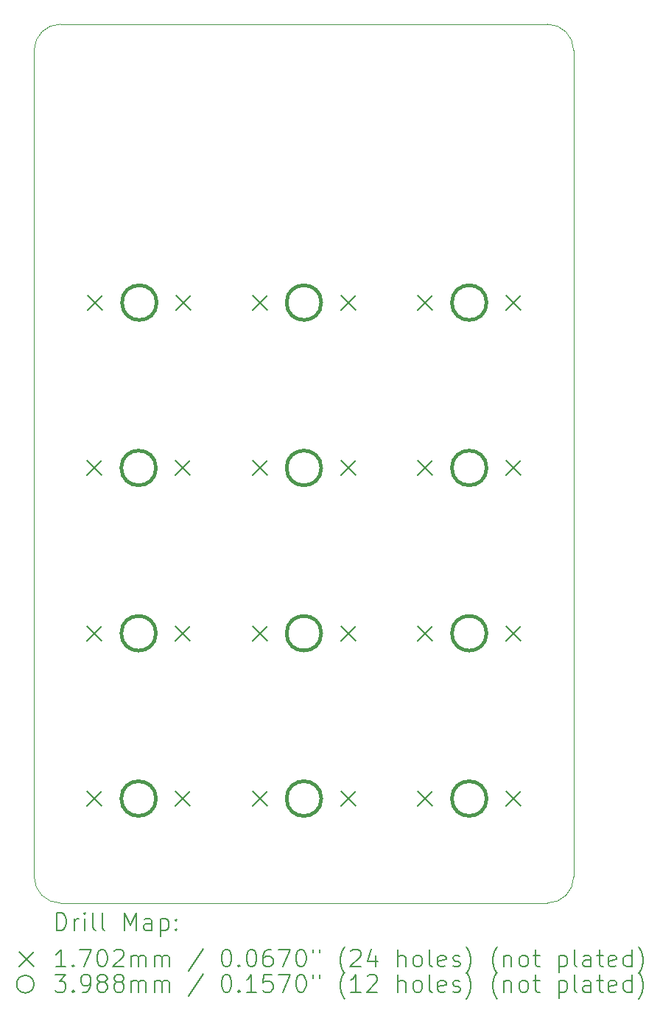
<source format=gbr>
%TF.GenerationSoftware,KiCad,Pcbnew,8.0.0*%
%TF.CreationDate,2024-03-18T12:56:35-04:00*%
%TF.ProjectId,mmp,6d6d702e-6b69-4636-9164-5f7063625858,rev?*%
%TF.SameCoordinates,Original*%
%TF.FileFunction,Drillmap*%
%TF.FilePolarity,Positive*%
%FSLAX45Y45*%
G04 Gerber Fmt 4.5, Leading zero omitted, Abs format (unit mm)*
G04 Created by KiCad (PCBNEW 8.0.0) date 2024-03-18 12:56:35*
%MOMM*%
%LPD*%
G01*
G04 APERTURE LIST*
%ADD10C,0.050000*%
%ADD11C,0.200000*%
%ADD12C,0.170180*%
%ADD13C,0.398780*%
G04 APERTURE END LIST*
D10*
X9600000Y-3700000D02*
X15200000Y-3700000D01*
X9600000Y-13800000D02*
G75*
G02*
X9300000Y-13500000I0J300000D01*
G01*
X9300000Y-13500000D02*
X9300000Y-4000000D01*
X15200000Y-13800000D02*
X9600000Y-13800000D01*
X15500000Y-13500000D02*
G75*
G02*
X15200000Y-13800000I-300000J0D01*
G01*
X15500000Y-4000000D02*
X15500000Y-13500000D01*
X9300000Y-4000000D02*
G75*
G02*
X9600000Y-3700000I300000J0D01*
G01*
X15200000Y-3700000D02*
G75*
G02*
X15500000Y-4000000I0J-300000D01*
G01*
D11*
D12*
X9906910Y-8714910D02*
X10077090Y-8885090D01*
X10077090Y-8714910D02*
X9906910Y-8885090D01*
X9906910Y-10614910D02*
X10077090Y-10785090D01*
X10077090Y-10614910D02*
X9906910Y-10785090D01*
X9906910Y-12514910D02*
X10077090Y-12685090D01*
X10077090Y-12514910D02*
X9906910Y-12685090D01*
X9914910Y-6814910D02*
X10085090Y-6985090D01*
X10085090Y-6814910D02*
X9914910Y-6985090D01*
X10922910Y-8714910D02*
X11093090Y-8885090D01*
X11093090Y-8714910D02*
X10922910Y-8885090D01*
X10922910Y-10614910D02*
X11093090Y-10785090D01*
X11093090Y-10614910D02*
X10922910Y-10785090D01*
X10922910Y-12514910D02*
X11093090Y-12685090D01*
X11093090Y-12514910D02*
X10922910Y-12685090D01*
X10930910Y-6814910D02*
X11101090Y-6985090D01*
X11101090Y-6814910D02*
X10930910Y-6985090D01*
X11806910Y-6814910D02*
X11977090Y-6985090D01*
X11977090Y-6814910D02*
X11806910Y-6985090D01*
X11806910Y-8714910D02*
X11977090Y-8885090D01*
X11977090Y-8714910D02*
X11806910Y-8885090D01*
X11806910Y-10614910D02*
X11977090Y-10785090D01*
X11977090Y-10614910D02*
X11806910Y-10785090D01*
X11806910Y-12514910D02*
X11977090Y-12685090D01*
X11977090Y-12514910D02*
X11806910Y-12685090D01*
X12822910Y-6814910D02*
X12993090Y-6985090D01*
X12993090Y-6814910D02*
X12822910Y-6985090D01*
X12822910Y-8714910D02*
X12993090Y-8885090D01*
X12993090Y-8714910D02*
X12822910Y-8885090D01*
X12822910Y-10614910D02*
X12993090Y-10785090D01*
X12993090Y-10614910D02*
X12822910Y-10785090D01*
X12822910Y-12514910D02*
X12993090Y-12685090D01*
X12993090Y-12514910D02*
X12822910Y-12685090D01*
X13706910Y-6814910D02*
X13877090Y-6985090D01*
X13877090Y-6814910D02*
X13706910Y-6985090D01*
X13706910Y-8714910D02*
X13877090Y-8885090D01*
X13877090Y-8714910D02*
X13706910Y-8885090D01*
X13706910Y-10614910D02*
X13877090Y-10785090D01*
X13877090Y-10614910D02*
X13706910Y-10785090D01*
X13706910Y-12514910D02*
X13877090Y-12685090D01*
X13877090Y-12514910D02*
X13706910Y-12685090D01*
X14722910Y-6814910D02*
X14893090Y-6985090D01*
X14893090Y-6814910D02*
X14722910Y-6985090D01*
X14722910Y-8714910D02*
X14893090Y-8885090D01*
X14893090Y-8714910D02*
X14722910Y-8885090D01*
X14722910Y-10614910D02*
X14893090Y-10785090D01*
X14893090Y-10614910D02*
X14722910Y-10785090D01*
X14722910Y-12514910D02*
X14893090Y-12685090D01*
X14893090Y-12514910D02*
X14722910Y-12685090D01*
D13*
X10699390Y-8800000D02*
G75*
G02*
X10300610Y-8800000I-199390J0D01*
G01*
X10300610Y-8800000D02*
G75*
G02*
X10699390Y-8800000I199390J0D01*
G01*
X10699390Y-10700000D02*
G75*
G02*
X10300610Y-10700000I-199390J0D01*
G01*
X10300610Y-10700000D02*
G75*
G02*
X10699390Y-10700000I199390J0D01*
G01*
X10699390Y-12600000D02*
G75*
G02*
X10300610Y-12600000I-199390J0D01*
G01*
X10300610Y-12600000D02*
G75*
G02*
X10699390Y-12600000I199390J0D01*
G01*
X10707390Y-6900000D02*
G75*
G02*
X10308610Y-6900000I-199390J0D01*
G01*
X10308610Y-6900000D02*
G75*
G02*
X10707390Y-6900000I199390J0D01*
G01*
X12599390Y-6900000D02*
G75*
G02*
X12200610Y-6900000I-199390J0D01*
G01*
X12200610Y-6900000D02*
G75*
G02*
X12599390Y-6900000I199390J0D01*
G01*
X12599390Y-8800000D02*
G75*
G02*
X12200610Y-8800000I-199390J0D01*
G01*
X12200610Y-8800000D02*
G75*
G02*
X12599390Y-8800000I199390J0D01*
G01*
X12599390Y-10700000D02*
G75*
G02*
X12200610Y-10700000I-199390J0D01*
G01*
X12200610Y-10700000D02*
G75*
G02*
X12599390Y-10700000I199390J0D01*
G01*
X12599390Y-12600000D02*
G75*
G02*
X12200610Y-12600000I-199390J0D01*
G01*
X12200610Y-12600000D02*
G75*
G02*
X12599390Y-12600000I199390J0D01*
G01*
X14499390Y-6900000D02*
G75*
G02*
X14100610Y-6900000I-199390J0D01*
G01*
X14100610Y-6900000D02*
G75*
G02*
X14499390Y-6900000I199390J0D01*
G01*
X14499390Y-8800000D02*
G75*
G02*
X14100610Y-8800000I-199390J0D01*
G01*
X14100610Y-8800000D02*
G75*
G02*
X14499390Y-8800000I199390J0D01*
G01*
X14499390Y-10700000D02*
G75*
G02*
X14100610Y-10700000I-199390J0D01*
G01*
X14100610Y-10700000D02*
G75*
G02*
X14499390Y-10700000I199390J0D01*
G01*
X14499390Y-12600000D02*
G75*
G02*
X14100610Y-12600000I-199390J0D01*
G01*
X14100610Y-12600000D02*
G75*
G02*
X14499390Y-12600000I199390J0D01*
G01*
D11*
X9558277Y-14113984D02*
X9558277Y-13913984D01*
X9558277Y-13913984D02*
X9605896Y-13913984D01*
X9605896Y-13913984D02*
X9634467Y-13923508D01*
X9634467Y-13923508D02*
X9653515Y-13942555D01*
X9653515Y-13942555D02*
X9663039Y-13961603D01*
X9663039Y-13961603D02*
X9672563Y-13999698D01*
X9672563Y-13999698D02*
X9672563Y-14028269D01*
X9672563Y-14028269D02*
X9663039Y-14066365D01*
X9663039Y-14066365D02*
X9653515Y-14085412D01*
X9653515Y-14085412D02*
X9634467Y-14104460D01*
X9634467Y-14104460D02*
X9605896Y-14113984D01*
X9605896Y-14113984D02*
X9558277Y-14113984D01*
X9758277Y-14113984D02*
X9758277Y-13980650D01*
X9758277Y-14018746D02*
X9767801Y-13999698D01*
X9767801Y-13999698D02*
X9777324Y-13990174D01*
X9777324Y-13990174D02*
X9796372Y-13980650D01*
X9796372Y-13980650D02*
X9815420Y-13980650D01*
X9882086Y-14113984D02*
X9882086Y-13980650D01*
X9882086Y-13913984D02*
X9872563Y-13923508D01*
X9872563Y-13923508D02*
X9882086Y-13933031D01*
X9882086Y-13933031D02*
X9891610Y-13923508D01*
X9891610Y-13923508D02*
X9882086Y-13913984D01*
X9882086Y-13913984D02*
X9882086Y-13933031D01*
X10005896Y-14113984D02*
X9986848Y-14104460D01*
X9986848Y-14104460D02*
X9977324Y-14085412D01*
X9977324Y-14085412D02*
X9977324Y-13913984D01*
X10110658Y-14113984D02*
X10091610Y-14104460D01*
X10091610Y-14104460D02*
X10082086Y-14085412D01*
X10082086Y-14085412D02*
X10082086Y-13913984D01*
X10339229Y-14113984D02*
X10339229Y-13913984D01*
X10339229Y-13913984D02*
X10405896Y-14056841D01*
X10405896Y-14056841D02*
X10472563Y-13913984D01*
X10472563Y-13913984D02*
X10472563Y-14113984D01*
X10653515Y-14113984D02*
X10653515Y-14009222D01*
X10653515Y-14009222D02*
X10643991Y-13990174D01*
X10643991Y-13990174D02*
X10624944Y-13980650D01*
X10624944Y-13980650D02*
X10586848Y-13980650D01*
X10586848Y-13980650D02*
X10567801Y-13990174D01*
X10653515Y-14104460D02*
X10634467Y-14113984D01*
X10634467Y-14113984D02*
X10586848Y-14113984D01*
X10586848Y-14113984D02*
X10567801Y-14104460D01*
X10567801Y-14104460D02*
X10558277Y-14085412D01*
X10558277Y-14085412D02*
X10558277Y-14066365D01*
X10558277Y-14066365D02*
X10567801Y-14047317D01*
X10567801Y-14047317D02*
X10586848Y-14037793D01*
X10586848Y-14037793D02*
X10634467Y-14037793D01*
X10634467Y-14037793D02*
X10653515Y-14028269D01*
X10748753Y-13980650D02*
X10748753Y-14180650D01*
X10748753Y-13990174D02*
X10767801Y-13980650D01*
X10767801Y-13980650D02*
X10805896Y-13980650D01*
X10805896Y-13980650D02*
X10824944Y-13990174D01*
X10824944Y-13990174D02*
X10834467Y-13999698D01*
X10834467Y-13999698D02*
X10843991Y-14018746D01*
X10843991Y-14018746D02*
X10843991Y-14075888D01*
X10843991Y-14075888D02*
X10834467Y-14094936D01*
X10834467Y-14094936D02*
X10824944Y-14104460D01*
X10824944Y-14104460D02*
X10805896Y-14113984D01*
X10805896Y-14113984D02*
X10767801Y-14113984D01*
X10767801Y-14113984D02*
X10748753Y-14104460D01*
X10929705Y-14094936D02*
X10939229Y-14104460D01*
X10939229Y-14104460D02*
X10929705Y-14113984D01*
X10929705Y-14113984D02*
X10920182Y-14104460D01*
X10920182Y-14104460D02*
X10929705Y-14094936D01*
X10929705Y-14094936D02*
X10929705Y-14113984D01*
X10929705Y-13990174D02*
X10939229Y-13999698D01*
X10939229Y-13999698D02*
X10929705Y-14009222D01*
X10929705Y-14009222D02*
X10920182Y-13999698D01*
X10920182Y-13999698D02*
X10929705Y-13990174D01*
X10929705Y-13990174D02*
X10929705Y-14009222D01*
D12*
X9127320Y-14357410D02*
X9297500Y-14527590D01*
X9297500Y-14357410D02*
X9127320Y-14527590D01*
D11*
X9663039Y-14533984D02*
X9548753Y-14533984D01*
X9605896Y-14533984D02*
X9605896Y-14333984D01*
X9605896Y-14333984D02*
X9586848Y-14362555D01*
X9586848Y-14362555D02*
X9567801Y-14381603D01*
X9567801Y-14381603D02*
X9548753Y-14391127D01*
X9748753Y-14514936D02*
X9758277Y-14524460D01*
X9758277Y-14524460D02*
X9748753Y-14533984D01*
X9748753Y-14533984D02*
X9739229Y-14524460D01*
X9739229Y-14524460D02*
X9748753Y-14514936D01*
X9748753Y-14514936D02*
X9748753Y-14533984D01*
X9824944Y-14333984D02*
X9958277Y-14333984D01*
X9958277Y-14333984D02*
X9872563Y-14533984D01*
X10072563Y-14333984D02*
X10091610Y-14333984D01*
X10091610Y-14333984D02*
X10110658Y-14343508D01*
X10110658Y-14343508D02*
X10120182Y-14353031D01*
X10120182Y-14353031D02*
X10129705Y-14372079D01*
X10129705Y-14372079D02*
X10139229Y-14410174D01*
X10139229Y-14410174D02*
X10139229Y-14457793D01*
X10139229Y-14457793D02*
X10129705Y-14495888D01*
X10129705Y-14495888D02*
X10120182Y-14514936D01*
X10120182Y-14514936D02*
X10110658Y-14524460D01*
X10110658Y-14524460D02*
X10091610Y-14533984D01*
X10091610Y-14533984D02*
X10072563Y-14533984D01*
X10072563Y-14533984D02*
X10053515Y-14524460D01*
X10053515Y-14524460D02*
X10043991Y-14514936D01*
X10043991Y-14514936D02*
X10034467Y-14495888D01*
X10034467Y-14495888D02*
X10024944Y-14457793D01*
X10024944Y-14457793D02*
X10024944Y-14410174D01*
X10024944Y-14410174D02*
X10034467Y-14372079D01*
X10034467Y-14372079D02*
X10043991Y-14353031D01*
X10043991Y-14353031D02*
X10053515Y-14343508D01*
X10053515Y-14343508D02*
X10072563Y-14333984D01*
X10215420Y-14353031D02*
X10224944Y-14343508D01*
X10224944Y-14343508D02*
X10243991Y-14333984D01*
X10243991Y-14333984D02*
X10291610Y-14333984D01*
X10291610Y-14333984D02*
X10310658Y-14343508D01*
X10310658Y-14343508D02*
X10320182Y-14353031D01*
X10320182Y-14353031D02*
X10329705Y-14372079D01*
X10329705Y-14372079D02*
X10329705Y-14391127D01*
X10329705Y-14391127D02*
X10320182Y-14419698D01*
X10320182Y-14419698D02*
X10205896Y-14533984D01*
X10205896Y-14533984D02*
X10329705Y-14533984D01*
X10415420Y-14533984D02*
X10415420Y-14400650D01*
X10415420Y-14419698D02*
X10424944Y-14410174D01*
X10424944Y-14410174D02*
X10443991Y-14400650D01*
X10443991Y-14400650D02*
X10472563Y-14400650D01*
X10472563Y-14400650D02*
X10491610Y-14410174D01*
X10491610Y-14410174D02*
X10501134Y-14429222D01*
X10501134Y-14429222D02*
X10501134Y-14533984D01*
X10501134Y-14429222D02*
X10510658Y-14410174D01*
X10510658Y-14410174D02*
X10529705Y-14400650D01*
X10529705Y-14400650D02*
X10558277Y-14400650D01*
X10558277Y-14400650D02*
X10577325Y-14410174D01*
X10577325Y-14410174D02*
X10586848Y-14429222D01*
X10586848Y-14429222D02*
X10586848Y-14533984D01*
X10682086Y-14533984D02*
X10682086Y-14400650D01*
X10682086Y-14419698D02*
X10691610Y-14410174D01*
X10691610Y-14410174D02*
X10710658Y-14400650D01*
X10710658Y-14400650D02*
X10739229Y-14400650D01*
X10739229Y-14400650D02*
X10758277Y-14410174D01*
X10758277Y-14410174D02*
X10767801Y-14429222D01*
X10767801Y-14429222D02*
X10767801Y-14533984D01*
X10767801Y-14429222D02*
X10777325Y-14410174D01*
X10777325Y-14410174D02*
X10796372Y-14400650D01*
X10796372Y-14400650D02*
X10824944Y-14400650D01*
X10824944Y-14400650D02*
X10843991Y-14410174D01*
X10843991Y-14410174D02*
X10853515Y-14429222D01*
X10853515Y-14429222D02*
X10853515Y-14533984D01*
X11243991Y-14324460D02*
X11072563Y-14581603D01*
X11501134Y-14333984D02*
X11520182Y-14333984D01*
X11520182Y-14333984D02*
X11539229Y-14343508D01*
X11539229Y-14343508D02*
X11548753Y-14353031D01*
X11548753Y-14353031D02*
X11558277Y-14372079D01*
X11558277Y-14372079D02*
X11567801Y-14410174D01*
X11567801Y-14410174D02*
X11567801Y-14457793D01*
X11567801Y-14457793D02*
X11558277Y-14495888D01*
X11558277Y-14495888D02*
X11548753Y-14514936D01*
X11548753Y-14514936D02*
X11539229Y-14524460D01*
X11539229Y-14524460D02*
X11520182Y-14533984D01*
X11520182Y-14533984D02*
X11501134Y-14533984D01*
X11501134Y-14533984D02*
X11482086Y-14524460D01*
X11482086Y-14524460D02*
X11472563Y-14514936D01*
X11472563Y-14514936D02*
X11463039Y-14495888D01*
X11463039Y-14495888D02*
X11453515Y-14457793D01*
X11453515Y-14457793D02*
X11453515Y-14410174D01*
X11453515Y-14410174D02*
X11463039Y-14372079D01*
X11463039Y-14372079D02*
X11472563Y-14353031D01*
X11472563Y-14353031D02*
X11482086Y-14343508D01*
X11482086Y-14343508D02*
X11501134Y-14333984D01*
X11653515Y-14514936D02*
X11663039Y-14524460D01*
X11663039Y-14524460D02*
X11653515Y-14533984D01*
X11653515Y-14533984D02*
X11643991Y-14524460D01*
X11643991Y-14524460D02*
X11653515Y-14514936D01*
X11653515Y-14514936D02*
X11653515Y-14533984D01*
X11786848Y-14333984D02*
X11805896Y-14333984D01*
X11805896Y-14333984D02*
X11824944Y-14343508D01*
X11824944Y-14343508D02*
X11834467Y-14353031D01*
X11834467Y-14353031D02*
X11843991Y-14372079D01*
X11843991Y-14372079D02*
X11853515Y-14410174D01*
X11853515Y-14410174D02*
X11853515Y-14457793D01*
X11853515Y-14457793D02*
X11843991Y-14495888D01*
X11843991Y-14495888D02*
X11834467Y-14514936D01*
X11834467Y-14514936D02*
X11824944Y-14524460D01*
X11824944Y-14524460D02*
X11805896Y-14533984D01*
X11805896Y-14533984D02*
X11786848Y-14533984D01*
X11786848Y-14533984D02*
X11767801Y-14524460D01*
X11767801Y-14524460D02*
X11758277Y-14514936D01*
X11758277Y-14514936D02*
X11748753Y-14495888D01*
X11748753Y-14495888D02*
X11739229Y-14457793D01*
X11739229Y-14457793D02*
X11739229Y-14410174D01*
X11739229Y-14410174D02*
X11748753Y-14372079D01*
X11748753Y-14372079D02*
X11758277Y-14353031D01*
X11758277Y-14353031D02*
X11767801Y-14343508D01*
X11767801Y-14343508D02*
X11786848Y-14333984D01*
X12024944Y-14333984D02*
X11986848Y-14333984D01*
X11986848Y-14333984D02*
X11967801Y-14343508D01*
X11967801Y-14343508D02*
X11958277Y-14353031D01*
X11958277Y-14353031D02*
X11939229Y-14381603D01*
X11939229Y-14381603D02*
X11929706Y-14419698D01*
X11929706Y-14419698D02*
X11929706Y-14495888D01*
X11929706Y-14495888D02*
X11939229Y-14514936D01*
X11939229Y-14514936D02*
X11948753Y-14524460D01*
X11948753Y-14524460D02*
X11967801Y-14533984D01*
X11967801Y-14533984D02*
X12005896Y-14533984D01*
X12005896Y-14533984D02*
X12024944Y-14524460D01*
X12024944Y-14524460D02*
X12034467Y-14514936D01*
X12034467Y-14514936D02*
X12043991Y-14495888D01*
X12043991Y-14495888D02*
X12043991Y-14448269D01*
X12043991Y-14448269D02*
X12034467Y-14429222D01*
X12034467Y-14429222D02*
X12024944Y-14419698D01*
X12024944Y-14419698D02*
X12005896Y-14410174D01*
X12005896Y-14410174D02*
X11967801Y-14410174D01*
X11967801Y-14410174D02*
X11948753Y-14419698D01*
X11948753Y-14419698D02*
X11939229Y-14429222D01*
X11939229Y-14429222D02*
X11929706Y-14448269D01*
X12110658Y-14333984D02*
X12243991Y-14333984D01*
X12243991Y-14333984D02*
X12158277Y-14533984D01*
X12358277Y-14333984D02*
X12377325Y-14333984D01*
X12377325Y-14333984D02*
X12396372Y-14343508D01*
X12396372Y-14343508D02*
X12405896Y-14353031D01*
X12405896Y-14353031D02*
X12415420Y-14372079D01*
X12415420Y-14372079D02*
X12424944Y-14410174D01*
X12424944Y-14410174D02*
X12424944Y-14457793D01*
X12424944Y-14457793D02*
X12415420Y-14495888D01*
X12415420Y-14495888D02*
X12405896Y-14514936D01*
X12405896Y-14514936D02*
X12396372Y-14524460D01*
X12396372Y-14524460D02*
X12377325Y-14533984D01*
X12377325Y-14533984D02*
X12358277Y-14533984D01*
X12358277Y-14533984D02*
X12339229Y-14524460D01*
X12339229Y-14524460D02*
X12329706Y-14514936D01*
X12329706Y-14514936D02*
X12320182Y-14495888D01*
X12320182Y-14495888D02*
X12310658Y-14457793D01*
X12310658Y-14457793D02*
X12310658Y-14410174D01*
X12310658Y-14410174D02*
X12320182Y-14372079D01*
X12320182Y-14372079D02*
X12329706Y-14353031D01*
X12329706Y-14353031D02*
X12339229Y-14343508D01*
X12339229Y-14343508D02*
X12358277Y-14333984D01*
X12501134Y-14333984D02*
X12501134Y-14372079D01*
X12577325Y-14333984D02*
X12577325Y-14372079D01*
X12872563Y-14610174D02*
X12863039Y-14600650D01*
X12863039Y-14600650D02*
X12843991Y-14572079D01*
X12843991Y-14572079D02*
X12834468Y-14553031D01*
X12834468Y-14553031D02*
X12824944Y-14524460D01*
X12824944Y-14524460D02*
X12815420Y-14476841D01*
X12815420Y-14476841D02*
X12815420Y-14438746D01*
X12815420Y-14438746D02*
X12824944Y-14391127D01*
X12824944Y-14391127D02*
X12834468Y-14362555D01*
X12834468Y-14362555D02*
X12843991Y-14343508D01*
X12843991Y-14343508D02*
X12863039Y-14314936D01*
X12863039Y-14314936D02*
X12872563Y-14305412D01*
X12939229Y-14353031D02*
X12948753Y-14343508D01*
X12948753Y-14343508D02*
X12967801Y-14333984D01*
X12967801Y-14333984D02*
X13015420Y-14333984D01*
X13015420Y-14333984D02*
X13034468Y-14343508D01*
X13034468Y-14343508D02*
X13043991Y-14353031D01*
X13043991Y-14353031D02*
X13053515Y-14372079D01*
X13053515Y-14372079D02*
X13053515Y-14391127D01*
X13053515Y-14391127D02*
X13043991Y-14419698D01*
X13043991Y-14419698D02*
X12929706Y-14533984D01*
X12929706Y-14533984D02*
X13053515Y-14533984D01*
X13224944Y-14400650D02*
X13224944Y-14533984D01*
X13177325Y-14324460D02*
X13129706Y-14467317D01*
X13129706Y-14467317D02*
X13253515Y-14467317D01*
X13482087Y-14533984D02*
X13482087Y-14333984D01*
X13567801Y-14533984D02*
X13567801Y-14429222D01*
X13567801Y-14429222D02*
X13558277Y-14410174D01*
X13558277Y-14410174D02*
X13539230Y-14400650D01*
X13539230Y-14400650D02*
X13510658Y-14400650D01*
X13510658Y-14400650D02*
X13491610Y-14410174D01*
X13491610Y-14410174D02*
X13482087Y-14419698D01*
X13691610Y-14533984D02*
X13672563Y-14524460D01*
X13672563Y-14524460D02*
X13663039Y-14514936D01*
X13663039Y-14514936D02*
X13653515Y-14495888D01*
X13653515Y-14495888D02*
X13653515Y-14438746D01*
X13653515Y-14438746D02*
X13663039Y-14419698D01*
X13663039Y-14419698D02*
X13672563Y-14410174D01*
X13672563Y-14410174D02*
X13691610Y-14400650D01*
X13691610Y-14400650D02*
X13720182Y-14400650D01*
X13720182Y-14400650D02*
X13739230Y-14410174D01*
X13739230Y-14410174D02*
X13748753Y-14419698D01*
X13748753Y-14419698D02*
X13758277Y-14438746D01*
X13758277Y-14438746D02*
X13758277Y-14495888D01*
X13758277Y-14495888D02*
X13748753Y-14514936D01*
X13748753Y-14514936D02*
X13739230Y-14524460D01*
X13739230Y-14524460D02*
X13720182Y-14533984D01*
X13720182Y-14533984D02*
X13691610Y-14533984D01*
X13872563Y-14533984D02*
X13853515Y-14524460D01*
X13853515Y-14524460D02*
X13843991Y-14505412D01*
X13843991Y-14505412D02*
X13843991Y-14333984D01*
X14024944Y-14524460D02*
X14005896Y-14533984D01*
X14005896Y-14533984D02*
X13967801Y-14533984D01*
X13967801Y-14533984D02*
X13948753Y-14524460D01*
X13948753Y-14524460D02*
X13939230Y-14505412D01*
X13939230Y-14505412D02*
X13939230Y-14429222D01*
X13939230Y-14429222D02*
X13948753Y-14410174D01*
X13948753Y-14410174D02*
X13967801Y-14400650D01*
X13967801Y-14400650D02*
X14005896Y-14400650D01*
X14005896Y-14400650D02*
X14024944Y-14410174D01*
X14024944Y-14410174D02*
X14034468Y-14429222D01*
X14034468Y-14429222D02*
X14034468Y-14448269D01*
X14034468Y-14448269D02*
X13939230Y-14467317D01*
X14110658Y-14524460D02*
X14129706Y-14533984D01*
X14129706Y-14533984D02*
X14167801Y-14533984D01*
X14167801Y-14533984D02*
X14186849Y-14524460D01*
X14186849Y-14524460D02*
X14196372Y-14505412D01*
X14196372Y-14505412D02*
X14196372Y-14495888D01*
X14196372Y-14495888D02*
X14186849Y-14476841D01*
X14186849Y-14476841D02*
X14167801Y-14467317D01*
X14167801Y-14467317D02*
X14139230Y-14467317D01*
X14139230Y-14467317D02*
X14120182Y-14457793D01*
X14120182Y-14457793D02*
X14110658Y-14438746D01*
X14110658Y-14438746D02*
X14110658Y-14429222D01*
X14110658Y-14429222D02*
X14120182Y-14410174D01*
X14120182Y-14410174D02*
X14139230Y-14400650D01*
X14139230Y-14400650D02*
X14167801Y-14400650D01*
X14167801Y-14400650D02*
X14186849Y-14410174D01*
X14263039Y-14610174D02*
X14272563Y-14600650D01*
X14272563Y-14600650D02*
X14291611Y-14572079D01*
X14291611Y-14572079D02*
X14301134Y-14553031D01*
X14301134Y-14553031D02*
X14310658Y-14524460D01*
X14310658Y-14524460D02*
X14320182Y-14476841D01*
X14320182Y-14476841D02*
X14320182Y-14438746D01*
X14320182Y-14438746D02*
X14310658Y-14391127D01*
X14310658Y-14391127D02*
X14301134Y-14362555D01*
X14301134Y-14362555D02*
X14291611Y-14343508D01*
X14291611Y-14343508D02*
X14272563Y-14314936D01*
X14272563Y-14314936D02*
X14263039Y-14305412D01*
X14624944Y-14610174D02*
X14615420Y-14600650D01*
X14615420Y-14600650D02*
X14596372Y-14572079D01*
X14596372Y-14572079D02*
X14586849Y-14553031D01*
X14586849Y-14553031D02*
X14577325Y-14524460D01*
X14577325Y-14524460D02*
X14567801Y-14476841D01*
X14567801Y-14476841D02*
X14567801Y-14438746D01*
X14567801Y-14438746D02*
X14577325Y-14391127D01*
X14577325Y-14391127D02*
X14586849Y-14362555D01*
X14586849Y-14362555D02*
X14596372Y-14343508D01*
X14596372Y-14343508D02*
X14615420Y-14314936D01*
X14615420Y-14314936D02*
X14624944Y-14305412D01*
X14701134Y-14400650D02*
X14701134Y-14533984D01*
X14701134Y-14419698D02*
X14710658Y-14410174D01*
X14710658Y-14410174D02*
X14729706Y-14400650D01*
X14729706Y-14400650D02*
X14758277Y-14400650D01*
X14758277Y-14400650D02*
X14777325Y-14410174D01*
X14777325Y-14410174D02*
X14786849Y-14429222D01*
X14786849Y-14429222D02*
X14786849Y-14533984D01*
X14910658Y-14533984D02*
X14891611Y-14524460D01*
X14891611Y-14524460D02*
X14882087Y-14514936D01*
X14882087Y-14514936D02*
X14872563Y-14495888D01*
X14872563Y-14495888D02*
X14872563Y-14438746D01*
X14872563Y-14438746D02*
X14882087Y-14419698D01*
X14882087Y-14419698D02*
X14891611Y-14410174D01*
X14891611Y-14410174D02*
X14910658Y-14400650D01*
X14910658Y-14400650D02*
X14939230Y-14400650D01*
X14939230Y-14400650D02*
X14958277Y-14410174D01*
X14958277Y-14410174D02*
X14967801Y-14419698D01*
X14967801Y-14419698D02*
X14977325Y-14438746D01*
X14977325Y-14438746D02*
X14977325Y-14495888D01*
X14977325Y-14495888D02*
X14967801Y-14514936D01*
X14967801Y-14514936D02*
X14958277Y-14524460D01*
X14958277Y-14524460D02*
X14939230Y-14533984D01*
X14939230Y-14533984D02*
X14910658Y-14533984D01*
X15034468Y-14400650D02*
X15110658Y-14400650D01*
X15063039Y-14333984D02*
X15063039Y-14505412D01*
X15063039Y-14505412D02*
X15072563Y-14524460D01*
X15072563Y-14524460D02*
X15091611Y-14533984D01*
X15091611Y-14533984D02*
X15110658Y-14533984D01*
X15329706Y-14400650D02*
X15329706Y-14600650D01*
X15329706Y-14410174D02*
X15348753Y-14400650D01*
X15348753Y-14400650D02*
X15386849Y-14400650D01*
X15386849Y-14400650D02*
X15405896Y-14410174D01*
X15405896Y-14410174D02*
X15415420Y-14419698D01*
X15415420Y-14419698D02*
X15424944Y-14438746D01*
X15424944Y-14438746D02*
X15424944Y-14495888D01*
X15424944Y-14495888D02*
X15415420Y-14514936D01*
X15415420Y-14514936D02*
X15405896Y-14524460D01*
X15405896Y-14524460D02*
X15386849Y-14533984D01*
X15386849Y-14533984D02*
X15348753Y-14533984D01*
X15348753Y-14533984D02*
X15329706Y-14524460D01*
X15539230Y-14533984D02*
X15520182Y-14524460D01*
X15520182Y-14524460D02*
X15510658Y-14505412D01*
X15510658Y-14505412D02*
X15510658Y-14333984D01*
X15701134Y-14533984D02*
X15701134Y-14429222D01*
X15701134Y-14429222D02*
X15691611Y-14410174D01*
X15691611Y-14410174D02*
X15672563Y-14400650D01*
X15672563Y-14400650D02*
X15634468Y-14400650D01*
X15634468Y-14400650D02*
X15615420Y-14410174D01*
X15701134Y-14524460D02*
X15682087Y-14533984D01*
X15682087Y-14533984D02*
X15634468Y-14533984D01*
X15634468Y-14533984D02*
X15615420Y-14524460D01*
X15615420Y-14524460D02*
X15605896Y-14505412D01*
X15605896Y-14505412D02*
X15605896Y-14486365D01*
X15605896Y-14486365D02*
X15615420Y-14467317D01*
X15615420Y-14467317D02*
X15634468Y-14457793D01*
X15634468Y-14457793D02*
X15682087Y-14457793D01*
X15682087Y-14457793D02*
X15701134Y-14448269D01*
X15767801Y-14400650D02*
X15843992Y-14400650D01*
X15796373Y-14333984D02*
X15796373Y-14505412D01*
X15796373Y-14505412D02*
X15805896Y-14524460D01*
X15805896Y-14524460D02*
X15824944Y-14533984D01*
X15824944Y-14533984D02*
X15843992Y-14533984D01*
X15986849Y-14524460D02*
X15967801Y-14533984D01*
X15967801Y-14533984D02*
X15929706Y-14533984D01*
X15929706Y-14533984D02*
X15910658Y-14524460D01*
X15910658Y-14524460D02*
X15901134Y-14505412D01*
X15901134Y-14505412D02*
X15901134Y-14429222D01*
X15901134Y-14429222D02*
X15910658Y-14410174D01*
X15910658Y-14410174D02*
X15929706Y-14400650D01*
X15929706Y-14400650D02*
X15967801Y-14400650D01*
X15967801Y-14400650D02*
X15986849Y-14410174D01*
X15986849Y-14410174D02*
X15996373Y-14429222D01*
X15996373Y-14429222D02*
X15996373Y-14448269D01*
X15996373Y-14448269D02*
X15901134Y-14467317D01*
X16167801Y-14533984D02*
X16167801Y-14333984D01*
X16167801Y-14524460D02*
X16148754Y-14533984D01*
X16148754Y-14533984D02*
X16110658Y-14533984D01*
X16110658Y-14533984D02*
X16091611Y-14524460D01*
X16091611Y-14524460D02*
X16082087Y-14514936D01*
X16082087Y-14514936D02*
X16072563Y-14495888D01*
X16072563Y-14495888D02*
X16072563Y-14438746D01*
X16072563Y-14438746D02*
X16082087Y-14419698D01*
X16082087Y-14419698D02*
X16091611Y-14410174D01*
X16091611Y-14410174D02*
X16110658Y-14400650D01*
X16110658Y-14400650D02*
X16148754Y-14400650D01*
X16148754Y-14400650D02*
X16167801Y-14410174D01*
X16243992Y-14610174D02*
X16253515Y-14600650D01*
X16253515Y-14600650D02*
X16272563Y-14572079D01*
X16272563Y-14572079D02*
X16282087Y-14553031D01*
X16282087Y-14553031D02*
X16291611Y-14524460D01*
X16291611Y-14524460D02*
X16301134Y-14476841D01*
X16301134Y-14476841D02*
X16301134Y-14438746D01*
X16301134Y-14438746D02*
X16291611Y-14391127D01*
X16291611Y-14391127D02*
X16282087Y-14362555D01*
X16282087Y-14362555D02*
X16272563Y-14343508D01*
X16272563Y-14343508D02*
X16253515Y-14314936D01*
X16253515Y-14314936D02*
X16243992Y-14305412D01*
X9297500Y-14732680D02*
G75*
G02*
X9097500Y-14732680I-100000J0D01*
G01*
X9097500Y-14732680D02*
G75*
G02*
X9297500Y-14732680I100000J0D01*
G01*
X9539229Y-14624164D02*
X9663039Y-14624164D01*
X9663039Y-14624164D02*
X9596372Y-14700354D01*
X9596372Y-14700354D02*
X9624944Y-14700354D01*
X9624944Y-14700354D02*
X9643991Y-14709878D01*
X9643991Y-14709878D02*
X9653515Y-14719402D01*
X9653515Y-14719402D02*
X9663039Y-14738449D01*
X9663039Y-14738449D02*
X9663039Y-14786068D01*
X9663039Y-14786068D02*
X9653515Y-14805116D01*
X9653515Y-14805116D02*
X9643991Y-14814640D01*
X9643991Y-14814640D02*
X9624944Y-14824164D01*
X9624944Y-14824164D02*
X9567801Y-14824164D01*
X9567801Y-14824164D02*
X9548753Y-14814640D01*
X9548753Y-14814640D02*
X9539229Y-14805116D01*
X9748753Y-14805116D02*
X9758277Y-14814640D01*
X9758277Y-14814640D02*
X9748753Y-14824164D01*
X9748753Y-14824164D02*
X9739229Y-14814640D01*
X9739229Y-14814640D02*
X9748753Y-14805116D01*
X9748753Y-14805116D02*
X9748753Y-14824164D01*
X9853515Y-14824164D02*
X9891610Y-14824164D01*
X9891610Y-14824164D02*
X9910658Y-14814640D01*
X9910658Y-14814640D02*
X9920182Y-14805116D01*
X9920182Y-14805116D02*
X9939229Y-14776545D01*
X9939229Y-14776545D02*
X9948753Y-14738449D01*
X9948753Y-14738449D02*
X9948753Y-14662259D01*
X9948753Y-14662259D02*
X9939229Y-14643211D01*
X9939229Y-14643211D02*
X9929705Y-14633688D01*
X9929705Y-14633688D02*
X9910658Y-14624164D01*
X9910658Y-14624164D02*
X9872563Y-14624164D01*
X9872563Y-14624164D02*
X9853515Y-14633688D01*
X9853515Y-14633688D02*
X9843991Y-14643211D01*
X9843991Y-14643211D02*
X9834467Y-14662259D01*
X9834467Y-14662259D02*
X9834467Y-14709878D01*
X9834467Y-14709878D02*
X9843991Y-14728926D01*
X9843991Y-14728926D02*
X9853515Y-14738449D01*
X9853515Y-14738449D02*
X9872563Y-14747973D01*
X9872563Y-14747973D02*
X9910658Y-14747973D01*
X9910658Y-14747973D02*
X9929705Y-14738449D01*
X9929705Y-14738449D02*
X9939229Y-14728926D01*
X9939229Y-14728926D02*
X9948753Y-14709878D01*
X10063039Y-14709878D02*
X10043991Y-14700354D01*
X10043991Y-14700354D02*
X10034467Y-14690830D01*
X10034467Y-14690830D02*
X10024944Y-14671783D01*
X10024944Y-14671783D02*
X10024944Y-14662259D01*
X10024944Y-14662259D02*
X10034467Y-14643211D01*
X10034467Y-14643211D02*
X10043991Y-14633688D01*
X10043991Y-14633688D02*
X10063039Y-14624164D01*
X10063039Y-14624164D02*
X10101134Y-14624164D01*
X10101134Y-14624164D02*
X10120182Y-14633688D01*
X10120182Y-14633688D02*
X10129705Y-14643211D01*
X10129705Y-14643211D02*
X10139229Y-14662259D01*
X10139229Y-14662259D02*
X10139229Y-14671783D01*
X10139229Y-14671783D02*
X10129705Y-14690830D01*
X10129705Y-14690830D02*
X10120182Y-14700354D01*
X10120182Y-14700354D02*
X10101134Y-14709878D01*
X10101134Y-14709878D02*
X10063039Y-14709878D01*
X10063039Y-14709878D02*
X10043991Y-14719402D01*
X10043991Y-14719402D02*
X10034467Y-14728926D01*
X10034467Y-14728926D02*
X10024944Y-14747973D01*
X10024944Y-14747973D02*
X10024944Y-14786068D01*
X10024944Y-14786068D02*
X10034467Y-14805116D01*
X10034467Y-14805116D02*
X10043991Y-14814640D01*
X10043991Y-14814640D02*
X10063039Y-14824164D01*
X10063039Y-14824164D02*
X10101134Y-14824164D01*
X10101134Y-14824164D02*
X10120182Y-14814640D01*
X10120182Y-14814640D02*
X10129705Y-14805116D01*
X10129705Y-14805116D02*
X10139229Y-14786068D01*
X10139229Y-14786068D02*
X10139229Y-14747973D01*
X10139229Y-14747973D02*
X10129705Y-14728926D01*
X10129705Y-14728926D02*
X10120182Y-14719402D01*
X10120182Y-14719402D02*
X10101134Y-14709878D01*
X10253515Y-14709878D02*
X10234467Y-14700354D01*
X10234467Y-14700354D02*
X10224944Y-14690830D01*
X10224944Y-14690830D02*
X10215420Y-14671783D01*
X10215420Y-14671783D02*
X10215420Y-14662259D01*
X10215420Y-14662259D02*
X10224944Y-14643211D01*
X10224944Y-14643211D02*
X10234467Y-14633688D01*
X10234467Y-14633688D02*
X10253515Y-14624164D01*
X10253515Y-14624164D02*
X10291610Y-14624164D01*
X10291610Y-14624164D02*
X10310658Y-14633688D01*
X10310658Y-14633688D02*
X10320182Y-14643211D01*
X10320182Y-14643211D02*
X10329705Y-14662259D01*
X10329705Y-14662259D02*
X10329705Y-14671783D01*
X10329705Y-14671783D02*
X10320182Y-14690830D01*
X10320182Y-14690830D02*
X10310658Y-14700354D01*
X10310658Y-14700354D02*
X10291610Y-14709878D01*
X10291610Y-14709878D02*
X10253515Y-14709878D01*
X10253515Y-14709878D02*
X10234467Y-14719402D01*
X10234467Y-14719402D02*
X10224944Y-14728926D01*
X10224944Y-14728926D02*
X10215420Y-14747973D01*
X10215420Y-14747973D02*
X10215420Y-14786068D01*
X10215420Y-14786068D02*
X10224944Y-14805116D01*
X10224944Y-14805116D02*
X10234467Y-14814640D01*
X10234467Y-14814640D02*
X10253515Y-14824164D01*
X10253515Y-14824164D02*
X10291610Y-14824164D01*
X10291610Y-14824164D02*
X10310658Y-14814640D01*
X10310658Y-14814640D02*
X10320182Y-14805116D01*
X10320182Y-14805116D02*
X10329705Y-14786068D01*
X10329705Y-14786068D02*
X10329705Y-14747973D01*
X10329705Y-14747973D02*
X10320182Y-14728926D01*
X10320182Y-14728926D02*
X10310658Y-14719402D01*
X10310658Y-14719402D02*
X10291610Y-14709878D01*
X10415420Y-14824164D02*
X10415420Y-14690830D01*
X10415420Y-14709878D02*
X10424944Y-14700354D01*
X10424944Y-14700354D02*
X10443991Y-14690830D01*
X10443991Y-14690830D02*
X10472563Y-14690830D01*
X10472563Y-14690830D02*
X10491610Y-14700354D01*
X10491610Y-14700354D02*
X10501134Y-14719402D01*
X10501134Y-14719402D02*
X10501134Y-14824164D01*
X10501134Y-14719402D02*
X10510658Y-14700354D01*
X10510658Y-14700354D02*
X10529705Y-14690830D01*
X10529705Y-14690830D02*
X10558277Y-14690830D01*
X10558277Y-14690830D02*
X10577325Y-14700354D01*
X10577325Y-14700354D02*
X10586848Y-14719402D01*
X10586848Y-14719402D02*
X10586848Y-14824164D01*
X10682086Y-14824164D02*
X10682086Y-14690830D01*
X10682086Y-14709878D02*
X10691610Y-14700354D01*
X10691610Y-14700354D02*
X10710658Y-14690830D01*
X10710658Y-14690830D02*
X10739229Y-14690830D01*
X10739229Y-14690830D02*
X10758277Y-14700354D01*
X10758277Y-14700354D02*
X10767801Y-14719402D01*
X10767801Y-14719402D02*
X10767801Y-14824164D01*
X10767801Y-14719402D02*
X10777325Y-14700354D01*
X10777325Y-14700354D02*
X10796372Y-14690830D01*
X10796372Y-14690830D02*
X10824944Y-14690830D01*
X10824944Y-14690830D02*
X10843991Y-14700354D01*
X10843991Y-14700354D02*
X10853515Y-14719402D01*
X10853515Y-14719402D02*
X10853515Y-14824164D01*
X11243991Y-14614640D02*
X11072563Y-14871783D01*
X11501134Y-14624164D02*
X11520182Y-14624164D01*
X11520182Y-14624164D02*
X11539229Y-14633688D01*
X11539229Y-14633688D02*
X11548753Y-14643211D01*
X11548753Y-14643211D02*
X11558277Y-14662259D01*
X11558277Y-14662259D02*
X11567801Y-14700354D01*
X11567801Y-14700354D02*
X11567801Y-14747973D01*
X11567801Y-14747973D02*
X11558277Y-14786068D01*
X11558277Y-14786068D02*
X11548753Y-14805116D01*
X11548753Y-14805116D02*
X11539229Y-14814640D01*
X11539229Y-14814640D02*
X11520182Y-14824164D01*
X11520182Y-14824164D02*
X11501134Y-14824164D01*
X11501134Y-14824164D02*
X11482086Y-14814640D01*
X11482086Y-14814640D02*
X11472563Y-14805116D01*
X11472563Y-14805116D02*
X11463039Y-14786068D01*
X11463039Y-14786068D02*
X11453515Y-14747973D01*
X11453515Y-14747973D02*
X11453515Y-14700354D01*
X11453515Y-14700354D02*
X11463039Y-14662259D01*
X11463039Y-14662259D02*
X11472563Y-14643211D01*
X11472563Y-14643211D02*
X11482086Y-14633688D01*
X11482086Y-14633688D02*
X11501134Y-14624164D01*
X11653515Y-14805116D02*
X11663039Y-14814640D01*
X11663039Y-14814640D02*
X11653515Y-14824164D01*
X11653515Y-14824164D02*
X11643991Y-14814640D01*
X11643991Y-14814640D02*
X11653515Y-14805116D01*
X11653515Y-14805116D02*
X11653515Y-14824164D01*
X11853515Y-14824164D02*
X11739229Y-14824164D01*
X11796372Y-14824164D02*
X11796372Y-14624164D01*
X11796372Y-14624164D02*
X11777325Y-14652735D01*
X11777325Y-14652735D02*
X11758277Y-14671783D01*
X11758277Y-14671783D02*
X11739229Y-14681307D01*
X12034467Y-14624164D02*
X11939229Y-14624164D01*
X11939229Y-14624164D02*
X11929706Y-14719402D01*
X11929706Y-14719402D02*
X11939229Y-14709878D01*
X11939229Y-14709878D02*
X11958277Y-14700354D01*
X11958277Y-14700354D02*
X12005896Y-14700354D01*
X12005896Y-14700354D02*
X12024944Y-14709878D01*
X12024944Y-14709878D02*
X12034467Y-14719402D01*
X12034467Y-14719402D02*
X12043991Y-14738449D01*
X12043991Y-14738449D02*
X12043991Y-14786068D01*
X12043991Y-14786068D02*
X12034467Y-14805116D01*
X12034467Y-14805116D02*
X12024944Y-14814640D01*
X12024944Y-14814640D02*
X12005896Y-14824164D01*
X12005896Y-14824164D02*
X11958277Y-14824164D01*
X11958277Y-14824164D02*
X11939229Y-14814640D01*
X11939229Y-14814640D02*
X11929706Y-14805116D01*
X12110658Y-14624164D02*
X12243991Y-14624164D01*
X12243991Y-14624164D02*
X12158277Y-14824164D01*
X12358277Y-14624164D02*
X12377325Y-14624164D01*
X12377325Y-14624164D02*
X12396372Y-14633688D01*
X12396372Y-14633688D02*
X12405896Y-14643211D01*
X12405896Y-14643211D02*
X12415420Y-14662259D01*
X12415420Y-14662259D02*
X12424944Y-14700354D01*
X12424944Y-14700354D02*
X12424944Y-14747973D01*
X12424944Y-14747973D02*
X12415420Y-14786068D01*
X12415420Y-14786068D02*
X12405896Y-14805116D01*
X12405896Y-14805116D02*
X12396372Y-14814640D01*
X12396372Y-14814640D02*
X12377325Y-14824164D01*
X12377325Y-14824164D02*
X12358277Y-14824164D01*
X12358277Y-14824164D02*
X12339229Y-14814640D01*
X12339229Y-14814640D02*
X12329706Y-14805116D01*
X12329706Y-14805116D02*
X12320182Y-14786068D01*
X12320182Y-14786068D02*
X12310658Y-14747973D01*
X12310658Y-14747973D02*
X12310658Y-14700354D01*
X12310658Y-14700354D02*
X12320182Y-14662259D01*
X12320182Y-14662259D02*
X12329706Y-14643211D01*
X12329706Y-14643211D02*
X12339229Y-14633688D01*
X12339229Y-14633688D02*
X12358277Y-14624164D01*
X12501134Y-14624164D02*
X12501134Y-14662259D01*
X12577325Y-14624164D02*
X12577325Y-14662259D01*
X12872563Y-14900354D02*
X12863039Y-14890830D01*
X12863039Y-14890830D02*
X12843991Y-14862259D01*
X12843991Y-14862259D02*
X12834468Y-14843211D01*
X12834468Y-14843211D02*
X12824944Y-14814640D01*
X12824944Y-14814640D02*
X12815420Y-14767021D01*
X12815420Y-14767021D02*
X12815420Y-14728926D01*
X12815420Y-14728926D02*
X12824944Y-14681307D01*
X12824944Y-14681307D02*
X12834468Y-14652735D01*
X12834468Y-14652735D02*
X12843991Y-14633688D01*
X12843991Y-14633688D02*
X12863039Y-14605116D01*
X12863039Y-14605116D02*
X12872563Y-14595592D01*
X13053515Y-14824164D02*
X12939229Y-14824164D01*
X12996372Y-14824164D02*
X12996372Y-14624164D01*
X12996372Y-14624164D02*
X12977325Y-14652735D01*
X12977325Y-14652735D02*
X12958277Y-14671783D01*
X12958277Y-14671783D02*
X12939229Y-14681307D01*
X13129706Y-14643211D02*
X13139229Y-14633688D01*
X13139229Y-14633688D02*
X13158277Y-14624164D01*
X13158277Y-14624164D02*
X13205896Y-14624164D01*
X13205896Y-14624164D02*
X13224944Y-14633688D01*
X13224944Y-14633688D02*
X13234468Y-14643211D01*
X13234468Y-14643211D02*
X13243991Y-14662259D01*
X13243991Y-14662259D02*
X13243991Y-14681307D01*
X13243991Y-14681307D02*
X13234468Y-14709878D01*
X13234468Y-14709878D02*
X13120182Y-14824164D01*
X13120182Y-14824164D02*
X13243991Y-14824164D01*
X13482087Y-14824164D02*
X13482087Y-14624164D01*
X13567801Y-14824164D02*
X13567801Y-14719402D01*
X13567801Y-14719402D02*
X13558277Y-14700354D01*
X13558277Y-14700354D02*
X13539230Y-14690830D01*
X13539230Y-14690830D02*
X13510658Y-14690830D01*
X13510658Y-14690830D02*
X13491610Y-14700354D01*
X13491610Y-14700354D02*
X13482087Y-14709878D01*
X13691610Y-14824164D02*
X13672563Y-14814640D01*
X13672563Y-14814640D02*
X13663039Y-14805116D01*
X13663039Y-14805116D02*
X13653515Y-14786068D01*
X13653515Y-14786068D02*
X13653515Y-14728926D01*
X13653515Y-14728926D02*
X13663039Y-14709878D01*
X13663039Y-14709878D02*
X13672563Y-14700354D01*
X13672563Y-14700354D02*
X13691610Y-14690830D01*
X13691610Y-14690830D02*
X13720182Y-14690830D01*
X13720182Y-14690830D02*
X13739230Y-14700354D01*
X13739230Y-14700354D02*
X13748753Y-14709878D01*
X13748753Y-14709878D02*
X13758277Y-14728926D01*
X13758277Y-14728926D02*
X13758277Y-14786068D01*
X13758277Y-14786068D02*
X13748753Y-14805116D01*
X13748753Y-14805116D02*
X13739230Y-14814640D01*
X13739230Y-14814640D02*
X13720182Y-14824164D01*
X13720182Y-14824164D02*
X13691610Y-14824164D01*
X13872563Y-14824164D02*
X13853515Y-14814640D01*
X13853515Y-14814640D02*
X13843991Y-14795592D01*
X13843991Y-14795592D02*
X13843991Y-14624164D01*
X14024944Y-14814640D02*
X14005896Y-14824164D01*
X14005896Y-14824164D02*
X13967801Y-14824164D01*
X13967801Y-14824164D02*
X13948753Y-14814640D01*
X13948753Y-14814640D02*
X13939230Y-14795592D01*
X13939230Y-14795592D02*
X13939230Y-14719402D01*
X13939230Y-14719402D02*
X13948753Y-14700354D01*
X13948753Y-14700354D02*
X13967801Y-14690830D01*
X13967801Y-14690830D02*
X14005896Y-14690830D01*
X14005896Y-14690830D02*
X14024944Y-14700354D01*
X14024944Y-14700354D02*
X14034468Y-14719402D01*
X14034468Y-14719402D02*
X14034468Y-14738449D01*
X14034468Y-14738449D02*
X13939230Y-14757497D01*
X14110658Y-14814640D02*
X14129706Y-14824164D01*
X14129706Y-14824164D02*
X14167801Y-14824164D01*
X14167801Y-14824164D02*
X14186849Y-14814640D01*
X14186849Y-14814640D02*
X14196372Y-14795592D01*
X14196372Y-14795592D02*
X14196372Y-14786068D01*
X14196372Y-14786068D02*
X14186849Y-14767021D01*
X14186849Y-14767021D02*
X14167801Y-14757497D01*
X14167801Y-14757497D02*
X14139230Y-14757497D01*
X14139230Y-14757497D02*
X14120182Y-14747973D01*
X14120182Y-14747973D02*
X14110658Y-14728926D01*
X14110658Y-14728926D02*
X14110658Y-14719402D01*
X14110658Y-14719402D02*
X14120182Y-14700354D01*
X14120182Y-14700354D02*
X14139230Y-14690830D01*
X14139230Y-14690830D02*
X14167801Y-14690830D01*
X14167801Y-14690830D02*
X14186849Y-14700354D01*
X14263039Y-14900354D02*
X14272563Y-14890830D01*
X14272563Y-14890830D02*
X14291611Y-14862259D01*
X14291611Y-14862259D02*
X14301134Y-14843211D01*
X14301134Y-14843211D02*
X14310658Y-14814640D01*
X14310658Y-14814640D02*
X14320182Y-14767021D01*
X14320182Y-14767021D02*
X14320182Y-14728926D01*
X14320182Y-14728926D02*
X14310658Y-14681307D01*
X14310658Y-14681307D02*
X14301134Y-14652735D01*
X14301134Y-14652735D02*
X14291611Y-14633688D01*
X14291611Y-14633688D02*
X14272563Y-14605116D01*
X14272563Y-14605116D02*
X14263039Y-14595592D01*
X14624944Y-14900354D02*
X14615420Y-14890830D01*
X14615420Y-14890830D02*
X14596372Y-14862259D01*
X14596372Y-14862259D02*
X14586849Y-14843211D01*
X14586849Y-14843211D02*
X14577325Y-14814640D01*
X14577325Y-14814640D02*
X14567801Y-14767021D01*
X14567801Y-14767021D02*
X14567801Y-14728926D01*
X14567801Y-14728926D02*
X14577325Y-14681307D01*
X14577325Y-14681307D02*
X14586849Y-14652735D01*
X14586849Y-14652735D02*
X14596372Y-14633688D01*
X14596372Y-14633688D02*
X14615420Y-14605116D01*
X14615420Y-14605116D02*
X14624944Y-14595592D01*
X14701134Y-14690830D02*
X14701134Y-14824164D01*
X14701134Y-14709878D02*
X14710658Y-14700354D01*
X14710658Y-14700354D02*
X14729706Y-14690830D01*
X14729706Y-14690830D02*
X14758277Y-14690830D01*
X14758277Y-14690830D02*
X14777325Y-14700354D01*
X14777325Y-14700354D02*
X14786849Y-14719402D01*
X14786849Y-14719402D02*
X14786849Y-14824164D01*
X14910658Y-14824164D02*
X14891611Y-14814640D01*
X14891611Y-14814640D02*
X14882087Y-14805116D01*
X14882087Y-14805116D02*
X14872563Y-14786068D01*
X14872563Y-14786068D02*
X14872563Y-14728926D01*
X14872563Y-14728926D02*
X14882087Y-14709878D01*
X14882087Y-14709878D02*
X14891611Y-14700354D01*
X14891611Y-14700354D02*
X14910658Y-14690830D01*
X14910658Y-14690830D02*
X14939230Y-14690830D01*
X14939230Y-14690830D02*
X14958277Y-14700354D01*
X14958277Y-14700354D02*
X14967801Y-14709878D01*
X14967801Y-14709878D02*
X14977325Y-14728926D01*
X14977325Y-14728926D02*
X14977325Y-14786068D01*
X14977325Y-14786068D02*
X14967801Y-14805116D01*
X14967801Y-14805116D02*
X14958277Y-14814640D01*
X14958277Y-14814640D02*
X14939230Y-14824164D01*
X14939230Y-14824164D02*
X14910658Y-14824164D01*
X15034468Y-14690830D02*
X15110658Y-14690830D01*
X15063039Y-14624164D02*
X15063039Y-14795592D01*
X15063039Y-14795592D02*
X15072563Y-14814640D01*
X15072563Y-14814640D02*
X15091611Y-14824164D01*
X15091611Y-14824164D02*
X15110658Y-14824164D01*
X15329706Y-14690830D02*
X15329706Y-14890830D01*
X15329706Y-14700354D02*
X15348753Y-14690830D01*
X15348753Y-14690830D02*
X15386849Y-14690830D01*
X15386849Y-14690830D02*
X15405896Y-14700354D01*
X15405896Y-14700354D02*
X15415420Y-14709878D01*
X15415420Y-14709878D02*
X15424944Y-14728926D01*
X15424944Y-14728926D02*
X15424944Y-14786068D01*
X15424944Y-14786068D02*
X15415420Y-14805116D01*
X15415420Y-14805116D02*
X15405896Y-14814640D01*
X15405896Y-14814640D02*
X15386849Y-14824164D01*
X15386849Y-14824164D02*
X15348753Y-14824164D01*
X15348753Y-14824164D02*
X15329706Y-14814640D01*
X15539230Y-14824164D02*
X15520182Y-14814640D01*
X15520182Y-14814640D02*
X15510658Y-14795592D01*
X15510658Y-14795592D02*
X15510658Y-14624164D01*
X15701134Y-14824164D02*
X15701134Y-14719402D01*
X15701134Y-14719402D02*
X15691611Y-14700354D01*
X15691611Y-14700354D02*
X15672563Y-14690830D01*
X15672563Y-14690830D02*
X15634468Y-14690830D01*
X15634468Y-14690830D02*
X15615420Y-14700354D01*
X15701134Y-14814640D02*
X15682087Y-14824164D01*
X15682087Y-14824164D02*
X15634468Y-14824164D01*
X15634468Y-14824164D02*
X15615420Y-14814640D01*
X15615420Y-14814640D02*
X15605896Y-14795592D01*
X15605896Y-14795592D02*
X15605896Y-14776545D01*
X15605896Y-14776545D02*
X15615420Y-14757497D01*
X15615420Y-14757497D02*
X15634468Y-14747973D01*
X15634468Y-14747973D02*
X15682087Y-14747973D01*
X15682087Y-14747973D02*
X15701134Y-14738449D01*
X15767801Y-14690830D02*
X15843992Y-14690830D01*
X15796373Y-14624164D02*
X15796373Y-14795592D01*
X15796373Y-14795592D02*
X15805896Y-14814640D01*
X15805896Y-14814640D02*
X15824944Y-14824164D01*
X15824944Y-14824164D02*
X15843992Y-14824164D01*
X15986849Y-14814640D02*
X15967801Y-14824164D01*
X15967801Y-14824164D02*
X15929706Y-14824164D01*
X15929706Y-14824164D02*
X15910658Y-14814640D01*
X15910658Y-14814640D02*
X15901134Y-14795592D01*
X15901134Y-14795592D02*
X15901134Y-14719402D01*
X15901134Y-14719402D02*
X15910658Y-14700354D01*
X15910658Y-14700354D02*
X15929706Y-14690830D01*
X15929706Y-14690830D02*
X15967801Y-14690830D01*
X15967801Y-14690830D02*
X15986849Y-14700354D01*
X15986849Y-14700354D02*
X15996373Y-14719402D01*
X15996373Y-14719402D02*
X15996373Y-14738449D01*
X15996373Y-14738449D02*
X15901134Y-14757497D01*
X16167801Y-14824164D02*
X16167801Y-14624164D01*
X16167801Y-14814640D02*
X16148754Y-14824164D01*
X16148754Y-14824164D02*
X16110658Y-14824164D01*
X16110658Y-14824164D02*
X16091611Y-14814640D01*
X16091611Y-14814640D02*
X16082087Y-14805116D01*
X16082087Y-14805116D02*
X16072563Y-14786068D01*
X16072563Y-14786068D02*
X16072563Y-14728926D01*
X16072563Y-14728926D02*
X16082087Y-14709878D01*
X16082087Y-14709878D02*
X16091611Y-14700354D01*
X16091611Y-14700354D02*
X16110658Y-14690830D01*
X16110658Y-14690830D02*
X16148754Y-14690830D01*
X16148754Y-14690830D02*
X16167801Y-14700354D01*
X16243992Y-14900354D02*
X16253515Y-14890830D01*
X16253515Y-14890830D02*
X16272563Y-14862259D01*
X16272563Y-14862259D02*
X16282087Y-14843211D01*
X16282087Y-14843211D02*
X16291611Y-14814640D01*
X16291611Y-14814640D02*
X16301134Y-14767021D01*
X16301134Y-14767021D02*
X16301134Y-14728926D01*
X16301134Y-14728926D02*
X16291611Y-14681307D01*
X16291611Y-14681307D02*
X16282087Y-14652735D01*
X16282087Y-14652735D02*
X16272563Y-14633688D01*
X16272563Y-14633688D02*
X16253515Y-14605116D01*
X16253515Y-14605116D02*
X16243992Y-14595592D01*
M02*

</source>
